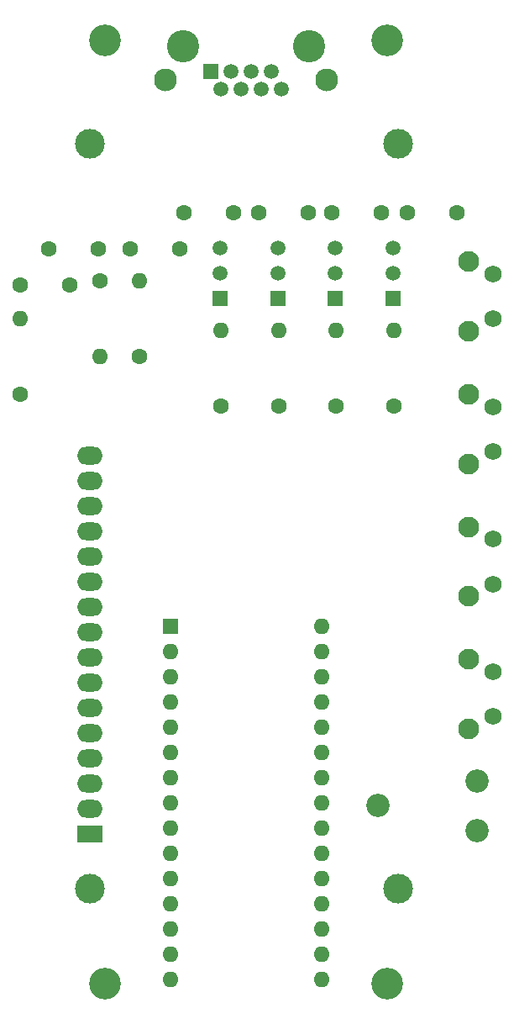
<source format=gbs>
G04 #@! TF.GenerationSoftware,KiCad,Pcbnew,8.0.6*
G04 #@! TF.CreationDate,2025-02-05T09:38:25+03:00*
G04 #@! TF.ProjectId,RotorController,526f746f-7243-46f6-9e74-726f6c6c6572,rev?*
G04 #@! TF.SameCoordinates,Original*
G04 #@! TF.FileFunction,Soldermask,Bot*
G04 #@! TF.FilePolarity,Negative*
%FSLAX46Y46*%
G04 Gerber Fmt 4.6, Leading zero omitted, Abs format (unit mm)*
G04 Created by KiCad (PCBNEW 8.0.6) date 2025-02-05 09:38:25*
%MOMM*%
%LPD*%
G01*
G04 APERTURE LIST*
%ADD10C,1.600000*%
%ADD11C,3.200000*%
%ADD12O,1.600000X1.600000*%
%ADD13C,1.500000*%
%ADD14R,1.500000X1.500000*%
%ADD15C,2.340000*%
%ADD16O,2.600000X1.800000*%
%ADD17R,2.600000X1.800000*%
%ADD18C,3.000000*%
%ADD19C,1.750000*%
%ADD20C,2.100000*%
%ADD21R,1.600000X1.600000*%
%ADD22C,3.250000*%
%ADD23C,2.300000*%
G04 APERTURE END LIST*
D10*
X102810000Y-74320000D03*
X97810000Y-74320000D03*
D11*
X75000000Y-152000000D03*
D12*
X98296666Y-86210000D03*
D10*
X98296666Y-93830000D03*
D13*
X98196666Y-77950000D03*
X98196666Y-80490000D03*
D14*
X98196666Y-83030000D03*
D12*
X74450000Y-88850000D03*
D10*
X74450000Y-81230000D03*
D15*
X112470000Y-136545000D03*
X102470000Y-134045000D03*
X112470000Y-131545000D03*
D12*
X86650000Y-86210000D03*
D10*
X86650000Y-93830000D03*
D12*
X66440000Y-85040000D03*
D10*
X66440000Y-92660000D03*
X95440000Y-74320000D03*
X90440000Y-74320000D03*
D16*
X73490000Y-98810000D03*
X73490000Y-101350000D03*
X73490000Y-103890000D03*
X73490000Y-106430000D03*
X73490000Y-108970000D03*
X73490000Y-111510000D03*
X73490000Y-114050000D03*
X73490000Y-116590000D03*
X73490000Y-119130000D03*
X73490000Y-121670000D03*
X73490000Y-124210000D03*
X73490000Y-126750000D03*
X73490000Y-129290000D03*
X73490000Y-131830000D03*
X73490000Y-134370000D03*
D17*
X73490000Y-136910000D03*
D18*
X73490000Y-142409100D03*
X104490700Y-67410520D03*
X73490000Y-67410000D03*
X104490700Y-142409100D03*
D13*
X104000000Y-77950000D03*
X104000000Y-80490000D03*
D14*
X104000000Y-83030000D03*
D19*
X114097500Y-98381666D03*
X114097500Y-93881666D03*
D20*
X111607500Y-92631666D03*
X111607500Y-99641666D03*
D10*
X71430000Y-81640000D03*
X66430000Y-81640000D03*
D11*
X103400000Y-57000000D03*
D10*
X110430000Y-74320000D03*
X105430000Y-74320000D03*
X87930000Y-74320000D03*
X82930000Y-74320000D03*
X69330000Y-78000000D03*
X74330000Y-78000000D03*
D19*
X114097500Y-111738332D03*
X114097500Y-107238332D03*
D20*
X111607500Y-112998332D03*
X111607500Y-105988332D03*
D12*
X96810000Y-116000000D03*
X96810000Y-118540000D03*
X96810000Y-121080000D03*
X96810000Y-123620000D03*
X96810000Y-126160000D03*
X96810000Y-128700000D03*
X96810000Y-131240000D03*
X96810000Y-133780000D03*
X96810000Y-136320000D03*
X96810000Y-138860000D03*
X96810000Y-141400000D03*
X96810000Y-143940000D03*
X96810000Y-146480000D03*
X96810000Y-149020000D03*
X96810000Y-151560000D03*
X81570000Y-151560000D03*
X81570000Y-149020000D03*
X81570000Y-146480000D03*
X81570000Y-143940000D03*
X81570000Y-141400000D03*
X81570000Y-138860000D03*
X81570000Y-136320000D03*
X81570000Y-133780000D03*
X81570000Y-131240000D03*
X81570000Y-128700000D03*
X81570000Y-126160000D03*
X81570000Y-123620000D03*
X81570000Y-121080000D03*
X81570000Y-118540000D03*
D21*
X81570000Y-116000000D03*
D10*
X82520000Y-78000000D03*
X77520000Y-78000000D03*
D22*
X95555190Y-57585000D03*
X82855190Y-57585000D03*
D14*
X85645190Y-60125000D03*
D13*
X86661190Y-61905000D03*
X87677190Y-60125000D03*
X88693190Y-61905000D03*
X89709190Y-60125000D03*
X90725190Y-61905000D03*
X91741190Y-60125000D03*
X92757190Y-61905000D03*
D23*
X97335190Y-61015000D03*
X81075190Y-61015000D03*
D11*
X75000000Y-57000000D03*
D12*
X78430000Y-81230000D03*
D10*
X78430000Y-88850000D03*
D12*
X104120000Y-86210000D03*
D10*
X104120000Y-93830000D03*
D19*
X114097500Y-85025000D03*
X114097500Y-80525000D03*
D20*
X111607500Y-86285000D03*
X111607500Y-79275000D03*
D11*
X103400000Y-152000000D03*
D12*
X92473333Y-86210000D03*
D10*
X92473333Y-93830000D03*
D13*
X92393333Y-77950000D03*
X92393333Y-80490000D03*
D14*
X92393333Y-83030000D03*
D13*
X86590000Y-77950000D03*
X86590000Y-80490000D03*
D14*
X86590000Y-83030000D03*
D19*
X114097500Y-125095000D03*
X114097500Y-120595000D03*
D20*
X111607500Y-119345000D03*
X111607500Y-126355000D03*
M02*

</source>
